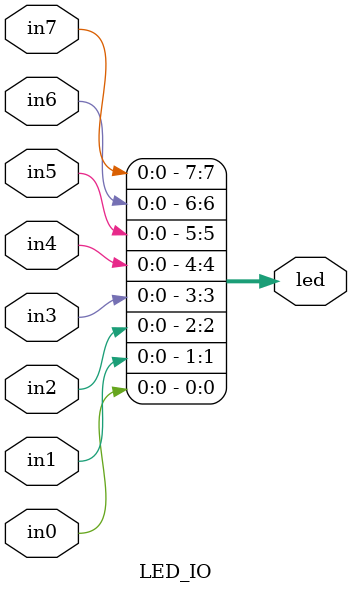
<source format=v>
module LED_IO(
	input in0,
	input in1,
	input in2,
	input in3,
	input in4,
	input in5,
	input in6,
	input in7,
	output [7:0] led
    );

	assign led [0] = in0;
	assign led [1] = in1;
	assign led [2] = in2;
	assign led [3] = in3;
	assign led [4] = in4;
	assign led [5] = in5;
	assign led [6] = in6;
	assign led [7] = in7;

endmodule

</source>
